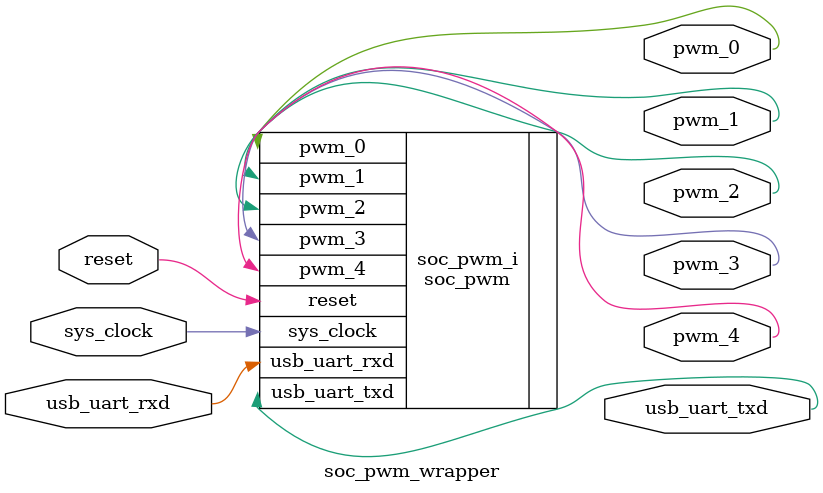
<source format=v>
`timescale 1 ps / 1 ps

module soc_pwm_wrapper
   (pwm_0,
    pwm_1,
    pwm_2,
    pwm_3,
    pwm_4,
    reset,
    sys_clock,
    usb_uart_rxd,
    usb_uart_txd);
  output pwm_0;
  output pwm_1;
  output pwm_2;
  output pwm_3;
  output pwm_4;
  input reset;
  input sys_clock;
  input usb_uart_rxd;
  output usb_uart_txd;

  wire pwm_0;
  wire pwm_1;
  wire pwm_2;
  wire pwm_3;
  wire pwm_4;
  wire reset;
  wire sys_clock;
  wire usb_uart_rxd;
  wire usb_uart_txd;

  soc_pwm soc_pwm_i
       (.pwm_0(pwm_0),
        .pwm_1(pwm_1),
        .pwm_2(pwm_2),
        .pwm_3(pwm_3),
        .pwm_4(pwm_4),
        .reset(reset),
        .sys_clock(sys_clock),
        .usb_uart_rxd(usb_uart_rxd),
        .usb_uart_txd(usb_uart_txd));
endmodule

</source>
